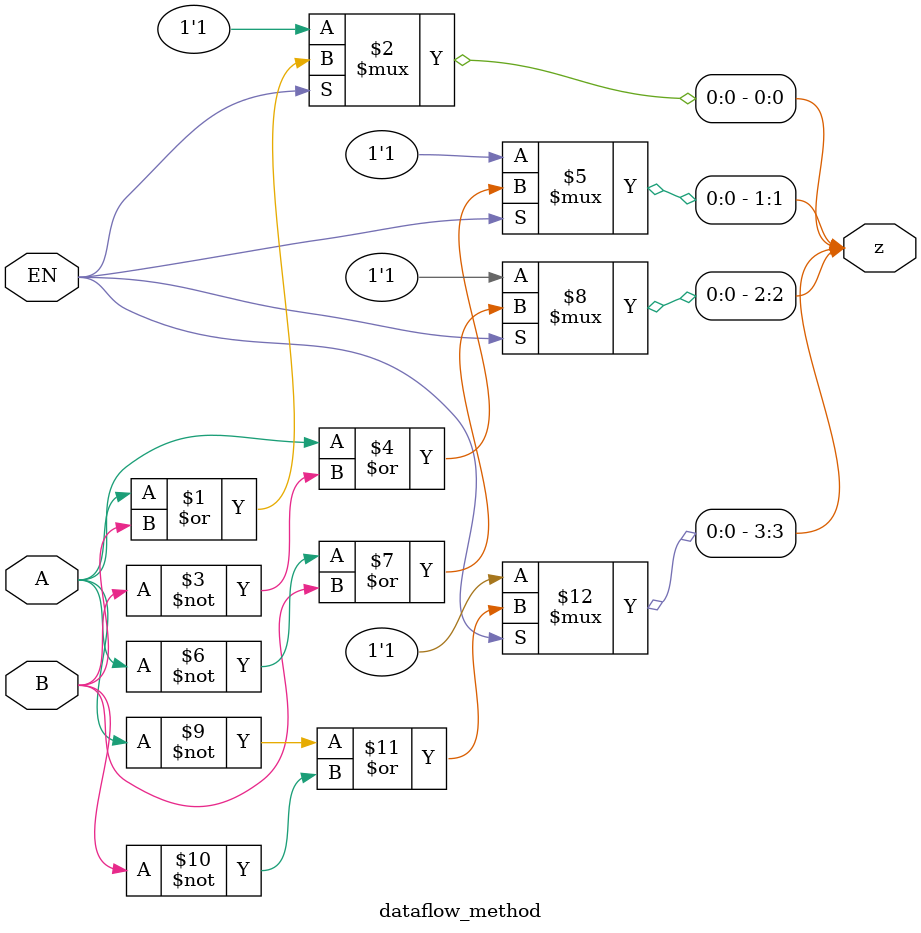
<source format=sv>
module dataflow_method (input logic A,B,EN,output logic [3:0]z);
assign z[0] = EN ? (A|B):1'b1;
assign z[1] = EN ? (A|~B):1'b1;
assign z[2] = EN ? (~A|B):1'b1;
assign z[3] = EN ? (~A|~B):1'b1;
endmodule


</source>
